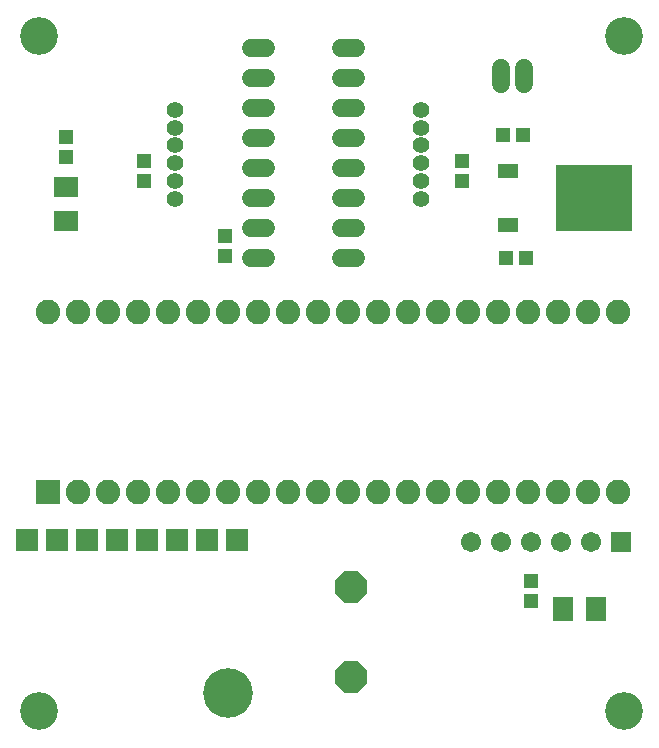
<source format=gts>
G04 EAGLE Gerber X2 export*
G75*
%MOMM*%
%FSLAX34Y34*%
%LPD*%
%AMOC8*
5,1,8,0,0,1.08239X$1,22.5*%
G01*
%ADD10C,3.203200*%
%ADD11R,1.303200X1.203200*%
%ADD12R,2.006200X1.803200*%
%ADD13C,1.524000*%
%ADD14C,1.511200*%
%ADD15R,1.203200X1.303200*%
%ADD16P,2.969212X8X112.500000*%
%ADD17R,2.082800X2.082800*%
%ADD18C,2.082800*%
%ADD19C,1.711200*%
%ADD20R,1.711200X1.711200*%
%ADD21C,1.411200*%
%ADD22R,1.981200X1.981200*%
%ADD23C,4.203200*%
%ADD24R,6.403200X5.603200*%
%ADD25R,1.803200X1.203200*%
%ADD26R,1.803200X2.006200*%


D10*
X520700Y596900D03*
X25400Y596900D03*
X25400Y25400D03*
X520700Y25400D03*
D11*
X418220Y513080D03*
X435220Y513080D03*
D12*
X48260Y440440D03*
X48260Y468880D03*
D13*
X204216Y586740D02*
X217424Y586740D01*
X217424Y561340D02*
X204216Y561340D01*
X204216Y434340D02*
X217424Y434340D01*
X217424Y408940D02*
X204216Y408940D01*
X204216Y535940D02*
X217424Y535940D01*
X217424Y510540D02*
X204216Y510540D01*
X204216Y459740D02*
X217424Y459740D01*
X217424Y485140D02*
X204216Y485140D01*
X280416Y408940D02*
X293624Y408940D01*
X293624Y434340D02*
X280416Y434340D01*
X280416Y459740D02*
X293624Y459740D01*
X293624Y485140D02*
X280416Y485140D01*
X280416Y510540D02*
X293624Y510540D01*
X293624Y535940D02*
X280416Y535940D01*
X280416Y561340D02*
X293624Y561340D01*
X293624Y586740D02*
X280416Y586740D01*
D14*
X435970Y569945D02*
X435970Y556865D01*
X415970Y556865D02*
X415970Y569945D01*
D15*
X48260Y494420D03*
X48260Y511420D03*
D16*
X289560Y54610D03*
X289560Y130810D03*
D17*
X33020Y210820D03*
D18*
X58420Y210820D03*
X83820Y210820D03*
X109220Y210820D03*
X134620Y210820D03*
X160020Y210820D03*
X185420Y210820D03*
X210820Y210820D03*
X236220Y210820D03*
X261620Y210820D03*
X287020Y210820D03*
X312420Y210820D03*
X337820Y210820D03*
X363220Y210820D03*
X388620Y210820D03*
X414020Y210820D03*
X439420Y210820D03*
X464820Y210820D03*
X490220Y210820D03*
X515620Y210820D03*
X515620Y363220D03*
X490220Y363220D03*
X464820Y363220D03*
X439420Y363220D03*
X414020Y363220D03*
X388620Y363220D03*
X363220Y363220D03*
X337820Y363220D03*
X312420Y363220D03*
X287020Y363220D03*
X261620Y363220D03*
X236220Y363220D03*
X210820Y363220D03*
X185420Y363220D03*
X160020Y363220D03*
X134620Y363220D03*
X109220Y363220D03*
X83820Y363220D03*
X58420Y363220D03*
X33020Y363220D03*
D19*
X492760Y168910D03*
D20*
X518160Y168910D03*
D19*
X467360Y168910D03*
X441960Y168910D03*
X416560Y168910D03*
X391160Y168910D03*
D21*
X348280Y459500D03*
X348280Y474500D03*
X348280Y489500D03*
X348280Y504500D03*
X348280Y519500D03*
X348280Y534500D03*
X140000Y459500D03*
X140000Y474500D03*
X140000Y489500D03*
X140000Y504500D03*
X140000Y519500D03*
X140000Y534500D03*
D22*
X15240Y170180D03*
X40640Y170180D03*
X66040Y170180D03*
X91440Y170180D03*
X116840Y170180D03*
X142240Y170180D03*
X167640Y170180D03*
X193040Y170180D03*
D23*
X185240Y41180D03*
D11*
X420760Y408940D03*
X437760Y408940D03*
D24*
X494900Y459740D03*
D25*
X421900Y482540D03*
X421900Y436940D03*
D26*
X496820Y111760D03*
X468380Y111760D03*
D15*
X441960Y118500D03*
X441960Y135500D03*
X383540Y474100D03*
X383540Y491100D03*
X114300Y474100D03*
X114300Y491100D03*
X182880Y410600D03*
X182880Y427600D03*
M02*

</source>
